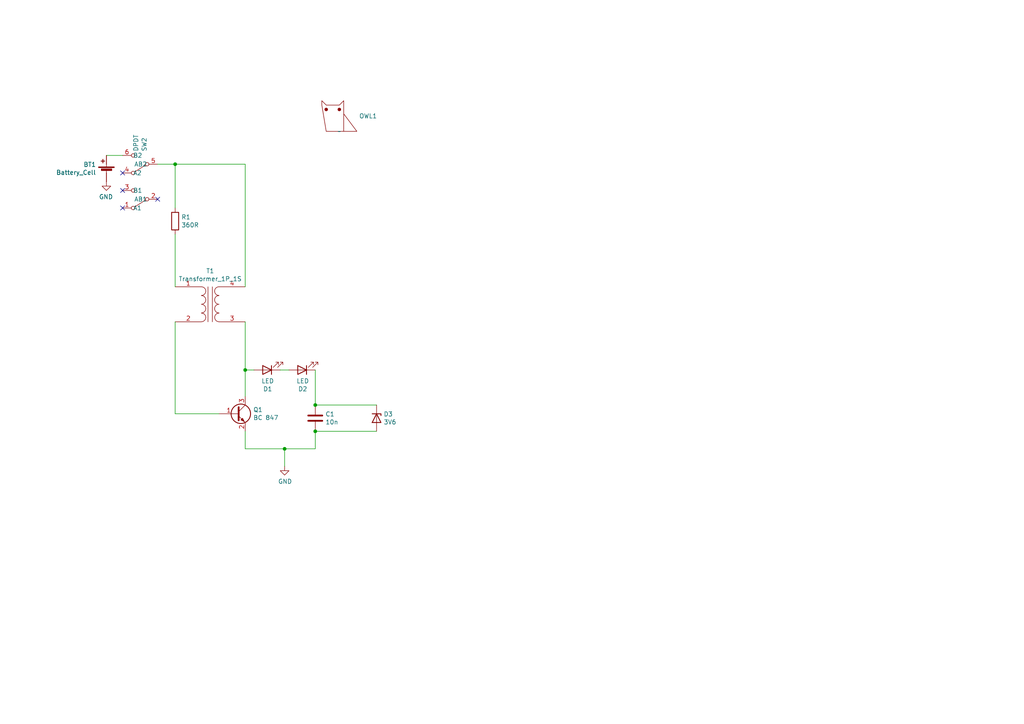
<source format=kicad_sch>
(kicad_sch (version 20230121) (generator eeschema)
  (paper "A4")
  (lib_symbols
    (symbol "Device:Battery_Cell" (pin_numbers hide) (pin_names (offset 0) hide)
      (property "Reference" "BT" (at 2.54 2.54 0))
      (property "Value" "Battery_Cell" (at 2.54 0 0))
      (symbol "Battery_Cell_0_1"
        (rectangle (start -2.286 1.778) (end 2.286 1.524) (fill (type outline)))
        (rectangle (start -1.5748 1.1938) (end 1.4732 0.6858) (fill (type outline)))
        (polyline (pts (xy 0 0.762) (xy 0 0)))
        (polyline (pts (xy 0 1.778) (xy 0 2.54)))
        (polyline (pts (xy 0.508 3.429) (xy 1.524 3.429)) (stroke (width 0.254)))
        (polyline (pts (xy 1.016 3.937) (xy 1.016 2.921)) (stroke (width 0.254)))
      )
      (symbol "Battery_Cell_1_1"
        (pin passive line (at 0 5.08 270) (length 2.54) (name "+") (number "1"))
        (pin passive line (at 0 -2.54 90) (length 2.54) (name "-") (number "2"))
      )
    )
    (symbol "Device:C" (pin_numbers hide) (pin_names (offset 0.254))
      (property "Reference" "C" (at 0.635 2.54 0))
      (property "Value" "C" (at 0.635 -2.54 0))
      (symbol "C_0_1"
        (polyline (pts (xy -2.032 -0.762) (xy 2.032 -0.762)) (stroke (width 0.508)))
        (polyline (pts (xy -2.032 0.762) (xy 2.032 0.762)) (stroke (width 0.508)))
      )
      (symbol "C_1_1"
        (pin passive line (at 0 3.81 270) (length 2.794) (name "~") (number "1"))
        (pin passive line (at 0 -3.81 90) (length 2.794) (name "~") (number "2"))
      )
    )
    (symbol "Device:D_Zener" (pin_numbers hide) (pin_names (offset 1.016) hide)
      (property "Reference" "D" (at 0 2.54 0))
      (property "Value" "D_Zener" (at 0 -2.54 0))
      (symbol "D_Zener_0_1"
        (polyline (pts (xy 1.27 0) (xy -1.27 0)))
        (polyline (pts (xy -1.27 -1.27) (xy -1.27 1.27) (xy -0.762 1.27)) (stroke (width 0.254)))
        (polyline (pts (xy 1.27 -1.27) (xy 1.27 1.27) (xy -1.27 0) (xy 1.27 -1.27)) (stroke (width 0.254)))
      )
      (symbol "D_Zener_1_1"
        (pin passive line (at -3.81 0 0) (length 2.54) (name "K") (number "1"))
        (pin passive line (at 3.81 0 180) (length 2.54) (name "A") (number "2"))
      )
    )
    (symbol "Device:LED" (pin_numbers hide) (pin_names (offset 1.016) hide)
      (property "Reference" "D" (at 0 2.54 0))
      (property "Value" "LED" (at 0 -2.54 0))
      (symbol "LED_0_1"
        (polyline (pts (xy -1.27 -1.27) (xy -1.27 1.27)) (stroke (width 0.254)))
        (polyline (pts (xy -1.27 0) (xy 1.27 0)))
        (polyline (pts (xy 1.27 -1.27) (xy 1.27 1.27) (xy -1.27 0) (xy 1.27 -1.27)) (stroke (width 0.254)))
        (polyline (pts (xy -3.048 -0.762) (xy -4.572 -2.286) (xy -3.81 -2.286) (xy -4.572 -2.286) (xy -4.572 -1.524)))
        (polyline (pts (xy -1.778 -0.762) (xy -3.302 -2.286) (xy -2.54 -2.286) (xy -3.302 -2.286) (xy -3.302 -1.524)))
      )
      (symbol "LED_1_1"
        (pin passive line (at -3.81 0 0) (length 2.54) (name "K") (number "1"))
        (pin passive line (at 3.81 0 180) (length 2.54) (name "A") (number "2"))
      )
    )
    (symbol "Device:Q_NPN_BEC" (pin_names (offset 0) hide)
      (property "Reference" "Q" (at 5.08 1.27 0))
      (property "Value" "Q_NPN_BEC" (at 5.08 -1.27 0))
      (symbol "Q_NPN_BEC_0_1"
        (polyline (pts (xy 0.635 0.635) (xy 2.54 2.54)))
        (polyline (pts (xy 0.635 -0.635) (xy 2.54 -2.54) (xy 2.54 -2.54)))
        (polyline (pts (xy 0.635 1.905) (xy 0.635 -1.905) (xy 0.635 -1.905)) (stroke (width 0.508)))
        (polyline (pts (xy 1.27 -1.778) (xy 1.778 -1.27) (xy 2.286 -2.286) (xy 1.27 -1.778) (xy 1.27 -1.778)) (fill (type outline)))
        (circle (center 1.27 0) (radius 2.8194) (stroke (width 0.254)))
      )
      (symbol "Q_NPN_BEC_1_1"
        (pin input line (at -5.08 0 0) (length 5.715) (name "B") (number "1"))
        (pin passive line (at 2.54 -5.08 90) (length 2.54) (name "E") (number "2"))
        (pin passive line (at 2.54 5.08 270) (length 2.54) (name "C") (number "3"))
      )
    )
    (symbol "Device:R" (pin_numbers hide) (pin_names (offset 0))
      (property "Reference" "R" (at 2.032 0 90))
      (property "Value" "R" (at 0 0 90))
      (symbol "R_0_1"
        (rectangle (start -1.016 -2.54) (end 1.016 2.54) (stroke (width 0.254)))
      )
      (symbol "R_1_1"
        (pin passive line (at 0 3.81 270) (length 1.27) (name "~") (number "1"))
        (pin passive line (at 0 -3.81 90) (length 1.27) (name "~") (number "2"))
      )
    )
    (symbol "Device:Transformer_1P_1S" (pin_names (offset 1.016) hide)
      (property "Reference" "T" (at 0 6.35 0))
      (property "Value" "Transformer_1P_1S" (at 0 -7.62 0))
      (symbol "Transformer_1P_1S_0_1"
        (arc (start -2.54 -5.0546) (mid -1.6599 -4.6901) (end -1.27 -3.81))
        (arc (start -2.54 -2.5146) (mid -1.6599 -2.1501) (end -1.27 -1.27))
        (arc (start -2.54 0.0254) (mid -1.6599 0.3899) (end -1.27 1.27))
        (arc (start -2.54 2.5654) (mid -1.6599 2.9299) (end -1.27 3.81))
        (arc (start -1.27 -3.81) (mid -1.642 -2.912) (end -2.54 -2.54))
        (arc (start -1.27 -1.27) (mid -1.642 -0.372) (end -2.54 0))
        (arc (start -1.27 1.27) (mid -1.642 2.168) (end -2.54 2.54))
        (arc (start -1.27 3.81) (mid -1.642 4.708) (end -2.54 5.08))
        (polyline (pts (xy -0.635 5.08) (xy -0.635 -5.08)))
        (polyline (pts (xy 0.635 -5.08) (xy 0.635 5.08)))
        (arc (start 1.2954 -1.27) (mid 1.6599 -2.1501) (end 2.54 -2.5146))
        (arc (start 1.2954 1.27) (mid 1.6599 0.3899) (end 2.54 0.0254))
        (arc (start 1.2954 3.81) (mid 1.6599 2.9299) (end 2.54 2.5654))
        (arc (start 1.3208 -3.81) (mid 1.6853 -4.6901) (end 2.5654 -5.0546))
        (arc (start 2.54 0) (mid 1.642 -0.372) (end 1.2954 -1.27))
        (arc (start 2.54 2.54) (mid 1.642 2.168) (end 1.2954 1.27))
        (arc (start 2.54 5.08) (mid 1.642 4.708) (end 1.2954 3.81))
        (arc (start 2.5654 -2.54) (mid 1.6674 -2.912) (end 1.3208 -3.81))
      )
      (symbol "Transformer_1P_1S_1_1"
        (pin passive line (at -10.16 5.08 0) (length 7.62) (name "AA") (number "1"))
        (pin passive line (at -10.16 -5.08 0) (length 7.62) (name "AB") (number "2"))
        (pin passive line (at 10.16 -5.08 180) (length 7.62) (name "SA") (number "3"))
        (pin passive line (at 10.16 5.08 180) (length 7.62) (name "SB") (number "4"))
      )
    )
    (symbol "hacrafu:DPDT"
      (property "Reference" "SW?" (at 0 1.27 0))
      (property "Value" "DPDT" (at 0 -1.27 0))
      (symbol "DPDT_0_0"
        (circle (center -3.302 -17.78) (radius 0.508))
        (circle (center -3.302 -7.62) (radius 0.508))
        (circle (center 0.762 -20.32) (radius 0.508))
        (circle (center 0.762 -10.16) (radius 0.508))
      )
      (symbol "DPDT_0_1"
        (polyline (pts (xy -2.794 -17.526) (xy 0.381 -15.494)))
        (polyline (pts (xy -2.794 -7.366) (xy 0.381 -5.334)))
        (circle (center 0.762 -15.24) (radius 0.508))
        (circle (center 0.762 -5.08) (radius 0.508))
      )
      (symbol "DPDT_1_1"
        (pin passive line (at 3.81 -5.08 180) (length 2.54) (name "A1") (number "1"))
        (pin passive line (at -6.35 -7.62 0) (length 2.54) (name "AB1") (number "2"))
        (pin passive line (at 3.81 -10.16 180) (length 2.54) (name "B1") (number "3"))
        (pin passive line (at 3.81 -15.24 180) (length 2.54) (name "A2") (number "4"))
        (pin passive line (at -6.35 -17.78 0) (length 2.54) (name "AB2") (number "5"))
        (pin passive line (at 3.81 -20.32 180) (length 2.54) (name "B2") (number "6"))
      )
    )
    (symbol "hacrafu:owl"
      (property "Reference" "OWL" (at 0 -3.81 0))
      (symbol "owl_0_1"
        (polyline (pts (xy -3.81 5.08) (xy -2.54 -2.54) (xy 6.35 -2.54) (xy 2.54 2.54) (xy 2.54 -2.54) (xy 2.54 2.54) (xy 2.54 6.35) (xy 1.27 5.08) (xy -2.54 5.08) (xy -3.81 6.35) (xy -3.81 5.08)))
      )
      (symbol "owl_1_1"
        (circle (center -2.54 3.81) (radius 0.0001) (stroke (width 0.5)))
        (circle (center 1.27 3.81) (radius 0.0001) (stroke (width 0.5)))
      )
    )
    (symbol "power:GND" (power) (pin_names (offset 0))
      (property "Value" "GND" (at 0 -3.81 0))
      (symbol "GND_0_1"
        (polyline (pts (xy 0 0) (xy 0 -1.27) (xy 1.27 -1.27) (xy 0 -2.54) (xy -1.27 -1.27) (xy 0 -1.27)))
      )
      (symbol "GND_1_1"
        (pin power_in line (at 0 0 270) (length 0) hide (name "GND") (number "1"))
      )
    )
  )
  (junction (at 91.44 117.475))
  (junction (at 71.12 107.315))
  (junction (at 82.55 130.175))
  (junction (at 91.44 125.095))
  (junction (at 50.8 47.625))
  (no_connect (at 45.72 57.785))
  (no_connect (at 35.56 50.165))
  (no_connect (at 35.56 60.325))
  (no_connect (at 35.56 55.245))
  (wire (pts (xy 91.44 117.475) (xy 109.22 117.475)))
  (wire (pts (xy 71.12 130.175) (xy 82.55 130.175)))
  (wire (pts (xy 73.66 107.315) (xy 71.12 107.315)))
  (wire (pts (xy 91.44 125.095) (xy 91.44 130.175)))
  (wire (pts (xy 50.8 120.015) (xy 63.5 120.015)))
  (wire (pts (xy 71.12 93.345) (xy 71.12 107.315)))
  (wire (pts (xy 71.12 107.315) (xy 71.12 114.935)))
  (wire (pts (xy 71.12 125.095) (xy 71.12 130.175)))
  (wire (pts (xy 83.82 107.315) (xy 81.28 107.315)))
  (wire (pts (xy 50.8 47.625) (xy 50.8 60.325)))
  (wire (pts (xy 82.55 130.175) (xy 82.55 135.255)))
  (wire (pts (xy 91.44 125.095) (xy 109.22 125.095)))
  (wire (pts (xy 91.44 107.315) (xy 91.44 117.475)))
  (wire (pts (xy 45.72 47.625) (xy 50.8 47.625)))
  (wire (pts (xy 71.12 47.625) (xy 71.12 83.185)))
  (wire (pts (xy 50.8 67.945) (xy 50.8 83.185)))
  (wire (pts (xy 50.8 47.625) (xy 71.12 47.625)))
  (wire (pts (xy 50.8 93.345) (xy 50.8 120.015)))
  (wire (pts (xy 30.861 45.085) (xy 35.56 45.085)))
  (wire (pts (xy 91.44 130.175) (xy 82.55 130.175)))
  (symbol (lib_id "Device:Battery_Cell") (at 30.861 50.165 0) (mirror y) (unit 1)
    (property "Reference" "BT1" (at 27.8638 47.7266 0) (effects (justify left)))
    (property "Value" "Battery_Cell" (at 27.8638 50.038 0) (effects (justify left)))
    (property "Footprint" "hacrafu:Batteryholder AA SMD 1024" (effects hide))
  )
  (symbol (lib_id "power:GND") (at 30.861 52.705 0) (mirror y) (unit 1)
    (property "Reference" "#PWR02" (effects hide))
    (property "Value" "GND" (at 30.734 57.0992 0))
  )
  (symbol (lib_id "Device:LED") (at 87.63 107.315 180) (unit 1)
    (property "Reference" "D2" (at 87.8078 112.8268 0))
    (property "Value" "LED" (at 87.8078 110.5154 0))
    (property "Footprint" "hacrafu:5mm_SMD-Pad" (effects hide))
  )
  (symbol (lib_id "Device:Transformer_1P_1S") (at 60.96 88.265 0) (unit 1)
    (property "Reference" "T1" (at 60.96 78.5876 0))
    (property "Value" "Transformer_1P_1S" (at 60.96 80.899 0))
    (property "Footprint" "hacrafu:SolderWire-0.1sqmm_1x04_P3.6mm_D0.4mm_OD1mm_SMD" (effects hide))
  )
  (symbol (lib_id "power:GND") (at 82.55 135.255 0) (unit 1)
    (property "Reference" "#PWR06" (effects hide))
    (property "Value" "GND" (at 82.677 139.6492 0))
  )
  (symbol (lib_id "Device:LED") (at 77.47 107.315 180) (unit 1)
    (property "Reference" "D1" (at 77.6478 112.8268 0))
    (property "Value" "LED" (at 77.6478 110.5154 0))
    (property "Footprint" "hacrafu:5mm_SMD-Pad" (effects hide))
  )
  (symbol (lib_id "Device:Q_NPN_BEC") (at 68.58 120.015 0) (unit 1)
    (property "Reference" "Q1" (at 73.4314 118.8466 0) (effects (justify left)))
    (property "Value" "BC 847" (at 73.4314 121.158 0) (effects (justify left)))
    (property "Footprint" "Package_TO_SOT_SMD:SOT-23W_Handsoldering" (effects hide))
  )
  (symbol (lib_id "Device:C") (at 91.44 121.285 0) (unit 1)
    (property "Reference" "C1" (at 94.361 120.1166 0) (effects (justify left)))
    (property "Value" "10n" (at 94.361 122.428 0) (effects (justify left)))
    (property "Footprint" "Capacitor_SMD:C_1206_3216Metric_Pad1.33x1.80mm_HandSolder" (effects hide))
  )
  (symbol (lib_id "Device:D_Zener") (at 109.22 121.285 270) (unit 1)
    (property "Reference" "D3" (at 111.252 120.1166 90) (effects (justify left)))
    (property "Value" "3V6" (at 111.252 122.428 90) (effects (justify left)))
    (property "Footprint" "hacrafu:Z-Diode Minimelf" (effects hide))
  )
  (symbol (lib_id "Device:R") (at 50.8 64.135 0) (unit 1)
    (property "Reference" "R1" (at 52.578 62.9666 0) (effects (justify left)))
    (property "Value" "360R" (at 52.578 65.278 0) (effects (justify left)))
    (property "Footprint" "Resistor_SMD:R_1206_3216Metric_Pad1.30x1.75mm_HandSolder" (effects hide))
  )
  (symbol (lib_id "hacrafu:owl") (at 97.155 35.56 0) (unit 1)
    (property "Reference" "OWL1" (at 104.14 33.655 0) (effects (justify left)))
    (property "Value" "~" (at 98.425 38.1 0))
    (property "Footprint" "hacrafu:owl" (effects hide))
  )
  (symbol (lib_id "hacrafu:DPDT") (at 39.37 65.405 180) (unit 1)
    (property "Reference" "SW2" (at 41.8521 43.942 90) (effects (justify right)))
    (property "Value" "DPDT" (at 39.4279 43.942 90) (effects (justify right)))
    (property "Footprint" "hacrafu:Switch_MSS22D18" (effects hide))
  )
)
</source>
